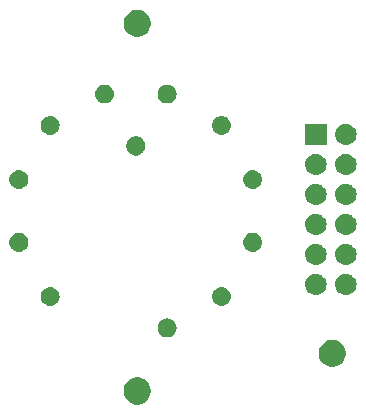
<source format=gbr>
G04 #@! TF.GenerationSoftware,KiCad,Pcbnew,(5.0.1)-4*
G04 #@! TF.CreationDate,2019-01-16T22:33:14-08:00*
G04 #@! TF.ProjectId,BareRotary,42617265526F746172792E6B69636164,rev?*
G04 #@! TF.SameCoordinates,Original*
G04 #@! TF.FileFunction,Soldermask,Top*
G04 #@! TF.FilePolarity,Negative*
%FSLAX46Y46*%
G04 Gerber Fmt 4.6, Leading zero omitted, Abs format (unit mm)*
G04 Created by KiCad (PCBNEW (5.0.1)-4) date 1/16/2019 10:33:14 PM*
%MOMM*%
%LPD*%
G01*
G04 APERTURE LIST*
%ADD10C,0.100000*%
G04 APERTURE END LIST*
D10*
G36*
X101300734Y-65568232D02*
X101510202Y-65654996D01*
X101698723Y-65780962D01*
X101859038Y-65941277D01*
X101985004Y-66129798D01*
X102071768Y-66339266D01*
X102116000Y-66561635D01*
X102116000Y-66788365D01*
X102071768Y-67010734D01*
X101985004Y-67220202D01*
X101859038Y-67408723D01*
X101698723Y-67569038D01*
X101510202Y-67695004D01*
X101300734Y-67781768D01*
X101078365Y-67826000D01*
X100851635Y-67826000D01*
X100629266Y-67781768D01*
X100419798Y-67695004D01*
X100231277Y-67569038D01*
X100070962Y-67408723D01*
X99944996Y-67220202D01*
X99858232Y-67010734D01*
X99814000Y-66788365D01*
X99814000Y-66561635D01*
X99858232Y-66339266D01*
X99944996Y-66129798D01*
X100070962Y-65941277D01*
X100231277Y-65780962D01*
X100419798Y-65654996D01*
X100629266Y-65568232D01*
X100851635Y-65524000D01*
X101078365Y-65524000D01*
X101300734Y-65568232D01*
X101300734Y-65568232D01*
G37*
G36*
X117810734Y-62393232D02*
X118020202Y-62479996D01*
X118208723Y-62605962D01*
X118369038Y-62766277D01*
X118495004Y-62954798D01*
X118581768Y-63164266D01*
X118626000Y-63386635D01*
X118626000Y-63613365D01*
X118581768Y-63835734D01*
X118495004Y-64045202D01*
X118369038Y-64233723D01*
X118208723Y-64394038D01*
X118020202Y-64520004D01*
X117810734Y-64606768D01*
X117588365Y-64651000D01*
X117361635Y-64651000D01*
X117139266Y-64606768D01*
X116929798Y-64520004D01*
X116741277Y-64394038D01*
X116580962Y-64233723D01*
X116454996Y-64045202D01*
X116368232Y-63835734D01*
X116324000Y-63613365D01*
X116324000Y-63386635D01*
X116368232Y-63164266D01*
X116454996Y-62954798D01*
X116580962Y-62766277D01*
X116741277Y-62605962D01*
X116929798Y-62479996D01*
X117139266Y-62393232D01*
X117361635Y-62349000D01*
X117588365Y-62349000D01*
X117810734Y-62393232D01*
X117810734Y-62393232D01*
G37*
G36*
X103634921Y-60546329D02*
X103785908Y-60592131D01*
X103925061Y-60666509D01*
X104047029Y-60766606D01*
X104147126Y-60888574D01*
X104221504Y-61027727D01*
X104267306Y-61178714D01*
X104282771Y-61335739D01*
X104267306Y-61492764D01*
X104221504Y-61643751D01*
X104147126Y-61782904D01*
X104047029Y-61904872D01*
X103925061Y-62004969D01*
X103785908Y-62079347D01*
X103634921Y-62125149D01*
X103517242Y-62136739D01*
X103438550Y-62136739D01*
X103320871Y-62125149D01*
X103169884Y-62079347D01*
X103030731Y-62004969D01*
X102908763Y-61904872D01*
X102808666Y-61782904D01*
X102734288Y-61643751D01*
X102688486Y-61492764D01*
X102673021Y-61335739D01*
X102688486Y-61178714D01*
X102734288Y-61027727D01*
X102808666Y-60888574D01*
X102908763Y-60766606D01*
X103030731Y-60666509D01*
X103169884Y-60592131D01*
X103320871Y-60546329D01*
X103438550Y-60534739D01*
X103517242Y-60534739D01*
X103634921Y-60546329D01*
X103634921Y-60546329D01*
G37*
G36*
X93734182Y-57893434D02*
X93885169Y-57939236D01*
X94024322Y-58013614D01*
X94146290Y-58113711D01*
X94246387Y-58235679D01*
X94320765Y-58374832D01*
X94366567Y-58525819D01*
X94382032Y-58682844D01*
X94366567Y-58839869D01*
X94320765Y-58990856D01*
X94246387Y-59130009D01*
X94146290Y-59251977D01*
X94024322Y-59352074D01*
X93885169Y-59426452D01*
X93734182Y-59472254D01*
X93616503Y-59483844D01*
X93537811Y-59483844D01*
X93420132Y-59472254D01*
X93269145Y-59426452D01*
X93129992Y-59352074D01*
X93008024Y-59251977D01*
X92907927Y-59130009D01*
X92833549Y-58990856D01*
X92787747Y-58839869D01*
X92772282Y-58682844D01*
X92787747Y-58525819D01*
X92833549Y-58374832D01*
X92907927Y-58235679D01*
X93008024Y-58113711D01*
X93129992Y-58013614D01*
X93269145Y-57939236D01*
X93420132Y-57893434D01*
X93537811Y-57881844D01*
X93616503Y-57881844D01*
X93734182Y-57893434D01*
X93734182Y-57893434D01*
G37*
G36*
X108229870Y-57893434D02*
X108380857Y-57939236D01*
X108520010Y-58013614D01*
X108641978Y-58113711D01*
X108742075Y-58235679D01*
X108816453Y-58374832D01*
X108862255Y-58525819D01*
X108877720Y-58682844D01*
X108862255Y-58839869D01*
X108816453Y-58990856D01*
X108742075Y-59130009D01*
X108641978Y-59251977D01*
X108520010Y-59352074D01*
X108380857Y-59426452D01*
X108229870Y-59472254D01*
X108112191Y-59483844D01*
X108033499Y-59483844D01*
X107915820Y-59472254D01*
X107764833Y-59426452D01*
X107625680Y-59352074D01*
X107503712Y-59251977D01*
X107403615Y-59130009D01*
X107329237Y-58990856D01*
X107283435Y-58839869D01*
X107267970Y-58682844D01*
X107283435Y-58525819D01*
X107329237Y-58374832D01*
X107403615Y-58235679D01*
X107503712Y-58113711D01*
X107625680Y-58013614D01*
X107764833Y-57939236D01*
X107915820Y-57893434D01*
X108033499Y-57881844D01*
X108112191Y-57881844D01*
X108229870Y-57893434D01*
X108229870Y-57893434D01*
G37*
G36*
X118728443Y-56763519D02*
X118794627Y-56770037D01*
X118907853Y-56804384D01*
X118964467Y-56821557D01*
X119103087Y-56895652D01*
X119120991Y-56905222D01*
X119156729Y-56934552D01*
X119258186Y-57017814D01*
X119341448Y-57119271D01*
X119370778Y-57155009D01*
X119370779Y-57155011D01*
X119454443Y-57311533D01*
X119454443Y-57311534D01*
X119505963Y-57481373D01*
X119523359Y-57658000D01*
X119505963Y-57834627D01*
X119491640Y-57881844D01*
X119454443Y-58004467D01*
X119449553Y-58013615D01*
X119370778Y-58160991D01*
X119341448Y-58196729D01*
X119258186Y-58298186D01*
X119164791Y-58374832D01*
X119120991Y-58410778D01*
X119120989Y-58410779D01*
X118964467Y-58494443D01*
X118907853Y-58511616D01*
X118794627Y-58545963D01*
X118728443Y-58552481D01*
X118662260Y-58559000D01*
X118573740Y-58559000D01*
X118507557Y-58552481D01*
X118441373Y-58545963D01*
X118328147Y-58511616D01*
X118271533Y-58494443D01*
X118115011Y-58410779D01*
X118115009Y-58410778D01*
X118071209Y-58374832D01*
X117977814Y-58298186D01*
X117894552Y-58196729D01*
X117865222Y-58160991D01*
X117786447Y-58013615D01*
X117781557Y-58004467D01*
X117744360Y-57881844D01*
X117730037Y-57834627D01*
X117712641Y-57658000D01*
X117730037Y-57481373D01*
X117781557Y-57311534D01*
X117781557Y-57311533D01*
X117865221Y-57155011D01*
X117865222Y-57155009D01*
X117894552Y-57119271D01*
X117977814Y-57017814D01*
X118079271Y-56934552D01*
X118115009Y-56905222D01*
X118132913Y-56895652D01*
X118271533Y-56821557D01*
X118328147Y-56804384D01*
X118441373Y-56770037D01*
X118507557Y-56763519D01*
X118573740Y-56757000D01*
X118662260Y-56757000D01*
X118728443Y-56763519D01*
X118728443Y-56763519D01*
G37*
G36*
X116188443Y-56763519D02*
X116254627Y-56770037D01*
X116367853Y-56804384D01*
X116424467Y-56821557D01*
X116563087Y-56895652D01*
X116580991Y-56905222D01*
X116616729Y-56934552D01*
X116718186Y-57017814D01*
X116801448Y-57119271D01*
X116830778Y-57155009D01*
X116830779Y-57155011D01*
X116914443Y-57311533D01*
X116914443Y-57311534D01*
X116965963Y-57481373D01*
X116983359Y-57658000D01*
X116965963Y-57834627D01*
X116951640Y-57881844D01*
X116914443Y-58004467D01*
X116909553Y-58013615D01*
X116830778Y-58160991D01*
X116801448Y-58196729D01*
X116718186Y-58298186D01*
X116624791Y-58374832D01*
X116580991Y-58410778D01*
X116580989Y-58410779D01*
X116424467Y-58494443D01*
X116367853Y-58511616D01*
X116254627Y-58545963D01*
X116188443Y-58552481D01*
X116122260Y-58559000D01*
X116033740Y-58559000D01*
X115967557Y-58552481D01*
X115901373Y-58545963D01*
X115788147Y-58511616D01*
X115731533Y-58494443D01*
X115575011Y-58410779D01*
X115575009Y-58410778D01*
X115531209Y-58374832D01*
X115437814Y-58298186D01*
X115354552Y-58196729D01*
X115325222Y-58160991D01*
X115246447Y-58013615D01*
X115241557Y-58004467D01*
X115204360Y-57881844D01*
X115190037Y-57834627D01*
X115172641Y-57658000D01*
X115190037Y-57481373D01*
X115241557Y-57311534D01*
X115241557Y-57311533D01*
X115325221Y-57155011D01*
X115325222Y-57155009D01*
X115354552Y-57119271D01*
X115437814Y-57017814D01*
X115539271Y-56934552D01*
X115575009Y-56905222D01*
X115592913Y-56895652D01*
X115731533Y-56821557D01*
X115788147Y-56804384D01*
X115901373Y-56770037D01*
X115967557Y-56763519D01*
X116033740Y-56757000D01*
X116122260Y-56757000D01*
X116188443Y-56763519D01*
X116188443Y-56763519D01*
G37*
G36*
X118728442Y-54223518D02*
X118794627Y-54230037D01*
X118907853Y-54264384D01*
X118964467Y-54281557D01*
X119103087Y-54355652D01*
X119120991Y-54365222D01*
X119156729Y-54394552D01*
X119258186Y-54477814D01*
X119341448Y-54579271D01*
X119370778Y-54615009D01*
X119370779Y-54615011D01*
X119454443Y-54771533D01*
X119454443Y-54771534D01*
X119505963Y-54941373D01*
X119523359Y-55118000D01*
X119505963Y-55294627D01*
X119471616Y-55407853D01*
X119454443Y-55464467D01*
X119380348Y-55603087D01*
X119370778Y-55620991D01*
X119341448Y-55656729D01*
X119258186Y-55758186D01*
X119156729Y-55841448D01*
X119120991Y-55870778D01*
X119120989Y-55870779D01*
X118964467Y-55954443D01*
X118907853Y-55971616D01*
X118794627Y-56005963D01*
X118728443Y-56012481D01*
X118662260Y-56019000D01*
X118573740Y-56019000D01*
X118507557Y-56012481D01*
X118441373Y-56005963D01*
X118328147Y-55971616D01*
X118271533Y-55954443D01*
X118115011Y-55870779D01*
X118115009Y-55870778D01*
X118079271Y-55841448D01*
X117977814Y-55758186D01*
X117894552Y-55656729D01*
X117865222Y-55620991D01*
X117855652Y-55603087D01*
X117781557Y-55464467D01*
X117764384Y-55407853D01*
X117730037Y-55294627D01*
X117712641Y-55118000D01*
X117730037Y-54941373D01*
X117781557Y-54771534D01*
X117781557Y-54771533D01*
X117865221Y-54615011D01*
X117865222Y-54615009D01*
X117894552Y-54579271D01*
X117977814Y-54477814D01*
X118079271Y-54394552D01*
X118115009Y-54365222D01*
X118132913Y-54355652D01*
X118271533Y-54281557D01*
X118328147Y-54264384D01*
X118441373Y-54230037D01*
X118507558Y-54223518D01*
X118573740Y-54217000D01*
X118662260Y-54217000D01*
X118728442Y-54223518D01*
X118728442Y-54223518D01*
G37*
G36*
X116188442Y-54223518D02*
X116254627Y-54230037D01*
X116367853Y-54264384D01*
X116424467Y-54281557D01*
X116563087Y-54355652D01*
X116580991Y-54365222D01*
X116616729Y-54394552D01*
X116718186Y-54477814D01*
X116801448Y-54579271D01*
X116830778Y-54615009D01*
X116830779Y-54615011D01*
X116914443Y-54771533D01*
X116914443Y-54771534D01*
X116965963Y-54941373D01*
X116983359Y-55118000D01*
X116965963Y-55294627D01*
X116931616Y-55407853D01*
X116914443Y-55464467D01*
X116840348Y-55603087D01*
X116830778Y-55620991D01*
X116801448Y-55656729D01*
X116718186Y-55758186D01*
X116616729Y-55841448D01*
X116580991Y-55870778D01*
X116580989Y-55870779D01*
X116424467Y-55954443D01*
X116367853Y-55971616D01*
X116254627Y-56005963D01*
X116188443Y-56012481D01*
X116122260Y-56019000D01*
X116033740Y-56019000D01*
X115967557Y-56012481D01*
X115901373Y-56005963D01*
X115788147Y-55971616D01*
X115731533Y-55954443D01*
X115575011Y-55870779D01*
X115575009Y-55870778D01*
X115539271Y-55841448D01*
X115437814Y-55758186D01*
X115354552Y-55656729D01*
X115325222Y-55620991D01*
X115315652Y-55603087D01*
X115241557Y-55464467D01*
X115224384Y-55407853D01*
X115190037Y-55294627D01*
X115172641Y-55118000D01*
X115190037Y-54941373D01*
X115241557Y-54771534D01*
X115241557Y-54771533D01*
X115325221Y-54615011D01*
X115325222Y-54615009D01*
X115354552Y-54579271D01*
X115437814Y-54477814D01*
X115539271Y-54394552D01*
X115575009Y-54365222D01*
X115592913Y-54355652D01*
X115731533Y-54281557D01*
X115788147Y-54264384D01*
X115901373Y-54230037D01*
X115967558Y-54223518D01*
X116033740Y-54217000D01*
X116122260Y-54217000D01*
X116188442Y-54223518D01*
X116188442Y-54223518D01*
G37*
G36*
X91081287Y-53298485D02*
X91232274Y-53344287D01*
X91371427Y-53418665D01*
X91493395Y-53518762D01*
X91593492Y-53640730D01*
X91667870Y-53779883D01*
X91713672Y-53930870D01*
X91729137Y-54087895D01*
X91713672Y-54244920D01*
X91667870Y-54395907D01*
X91593492Y-54535060D01*
X91493395Y-54657028D01*
X91371427Y-54757125D01*
X91232274Y-54831503D01*
X91081287Y-54877305D01*
X90963608Y-54888895D01*
X90884916Y-54888895D01*
X90767237Y-54877305D01*
X90616250Y-54831503D01*
X90477097Y-54757125D01*
X90355129Y-54657028D01*
X90255032Y-54535060D01*
X90180654Y-54395907D01*
X90134852Y-54244920D01*
X90119387Y-54087895D01*
X90134852Y-53930870D01*
X90180654Y-53779883D01*
X90255032Y-53640730D01*
X90355129Y-53518762D01*
X90477097Y-53418665D01*
X90616250Y-53344287D01*
X90767237Y-53298485D01*
X90884916Y-53286895D01*
X90963608Y-53286895D01*
X91081287Y-53298485D01*
X91081287Y-53298485D01*
G37*
G36*
X110882765Y-53298485D02*
X111033752Y-53344287D01*
X111172905Y-53418665D01*
X111294873Y-53518762D01*
X111394970Y-53640730D01*
X111469348Y-53779883D01*
X111515150Y-53930870D01*
X111530615Y-54087895D01*
X111515150Y-54244920D01*
X111469348Y-54395907D01*
X111394970Y-54535060D01*
X111294873Y-54657028D01*
X111172905Y-54757125D01*
X111033752Y-54831503D01*
X110882765Y-54877305D01*
X110765086Y-54888895D01*
X110686394Y-54888895D01*
X110568715Y-54877305D01*
X110417728Y-54831503D01*
X110278575Y-54757125D01*
X110156607Y-54657028D01*
X110056510Y-54535060D01*
X109982132Y-54395907D01*
X109936330Y-54244920D01*
X109920865Y-54087895D01*
X109936330Y-53930870D01*
X109982132Y-53779883D01*
X110056510Y-53640730D01*
X110156607Y-53518762D01*
X110278575Y-53418665D01*
X110417728Y-53344287D01*
X110568715Y-53298485D01*
X110686394Y-53286895D01*
X110765086Y-53286895D01*
X110882765Y-53298485D01*
X110882765Y-53298485D01*
G37*
G36*
X118728442Y-51683518D02*
X118794627Y-51690037D01*
X118907853Y-51724384D01*
X118964467Y-51741557D01*
X119103087Y-51815652D01*
X119120991Y-51825222D01*
X119156729Y-51854552D01*
X119258186Y-51937814D01*
X119341448Y-52039271D01*
X119370778Y-52075009D01*
X119370779Y-52075011D01*
X119454443Y-52231533D01*
X119454443Y-52231534D01*
X119505963Y-52401373D01*
X119523359Y-52578000D01*
X119505963Y-52754627D01*
X119471616Y-52867853D01*
X119454443Y-52924467D01*
X119380348Y-53063087D01*
X119370778Y-53080991D01*
X119341448Y-53116729D01*
X119258186Y-53218186D01*
X119160340Y-53298485D01*
X119120991Y-53330778D01*
X119120989Y-53330779D01*
X118964467Y-53414443D01*
X118950545Y-53418666D01*
X118794627Y-53465963D01*
X118728443Y-53472481D01*
X118662260Y-53479000D01*
X118573740Y-53479000D01*
X118507557Y-53472481D01*
X118441373Y-53465963D01*
X118285455Y-53418666D01*
X118271533Y-53414443D01*
X118115011Y-53330779D01*
X118115009Y-53330778D01*
X118075660Y-53298485D01*
X117977814Y-53218186D01*
X117894552Y-53116729D01*
X117865222Y-53080991D01*
X117855652Y-53063087D01*
X117781557Y-52924467D01*
X117764384Y-52867853D01*
X117730037Y-52754627D01*
X117712641Y-52578000D01*
X117730037Y-52401373D01*
X117781557Y-52231534D01*
X117781557Y-52231533D01*
X117865221Y-52075011D01*
X117865222Y-52075009D01*
X117894552Y-52039271D01*
X117977814Y-51937814D01*
X118079271Y-51854552D01*
X118115009Y-51825222D01*
X118132913Y-51815652D01*
X118271533Y-51741557D01*
X118328147Y-51724384D01*
X118441373Y-51690037D01*
X118507558Y-51683518D01*
X118573740Y-51677000D01*
X118662260Y-51677000D01*
X118728442Y-51683518D01*
X118728442Y-51683518D01*
G37*
G36*
X116188442Y-51683518D02*
X116254627Y-51690037D01*
X116367853Y-51724384D01*
X116424467Y-51741557D01*
X116563087Y-51815652D01*
X116580991Y-51825222D01*
X116616729Y-51854552D01*
X116718186Y-51937814D01*
X116801448Y-52039271D01*
X116830778Y-52075009D01*
X116830779Y-52075011D01*
X116914443Y-52231533D01*
X116914443Y-52231534D01*
X116965963Y-52401373D01*
X116983359Y-52578000D01*
X116965963Y-52754627D01*
X116931616Y-52867853D01*
X116914443Y-52924467D01*
X116840348Y-53063087D01*
X116830778Y-53080991D01*
X116801448Y-53116729D01*
X116718186Y-53218186D01*
X116620340Y-53298485D01*
X116580991Y-53330778D01*
X116580989Y-53330779D01*
X116424467Y-53414443D01*
X116410545Y-53418666D01*
X116254627Y-53465963D01*
X116188443Y-53472481D01*
X116122260Y-53479000D01*
X116033740Y-53479000D01*
X115967557Y-53472481D01*
X115901373Y-53465963D01*
X115745455Y-53418666D01*
X115731533Y-53414443D01*
X115575011Y-53330779D01*
X115575009Y-53330778D01*
X115535660Y-53298485D01*
X115437814Y-53218186D01*
X115354552Y-53116729D01*
X115325222Y-53080991D01*
X115315652Y-53063087D01*
X115241557Y-52924467D01*
X115224384Y-52867853D01*
X115190037Y-52754627D01*
X115172641Y-52578000D01*
X115190037Y-52401373D01*
X115241557Y-52231534D01*
X115241557Y-52231533D01*
X115325221Y-52075011D01*
X115325222Y-52075009D01*
X115354552Y-52039271D01*
X115437814Y-51937814D01*
X115539271Y-51854552D01*
X115575009Y-51825222D01*
X115592913Y-51815652D01*
X115731533Y-51741557D01*
X115788147Y-51724384D01*
X115901373Y-51690037D01*
X115967558Y-51683518D01*
X116033740Y-51677000D01*
X116122260Y-51677000D01*
X116188442Y-51683518D01*
X116188442Y-51683518D01*
G37*
G36*
X116188443Y-49143519D02*
X116254627Y-49150037D01*
X116367853Y-49184384D01*
X116424467Y-49201557D01*
X116563087Y-49275652D01*
X116580991Y-49285222D01*
X116616729Y-49314552D01*
X116718186Y-49397814D01*
X116801448Y-49499271D01*
X116830778Y-49535009D01*
X116830779Y-49535011D01*
X116914443Y-49691533D01*
X116914443Y-49691534D01*
X116965963Y-49861373D01*
X116983359Y-50038000D01*
X116965963Y-50214627D01*
X116931616Y-50327853D01*
X116914443Y-50384467D01*
X116840348Y-50523087D01*
X116830778Y-50540991D01*
X116801448Y-50576729D01*
X116718186Y-50678186D01*
X116616729Y-50761448D01*
X116580991Y-50790778D01*
X116580989Y-50790779D01*
X116424467Y-50874443D01*
X116367853Y-50891616D01*
X116254627Y-50925963D01*
X116188443Y-50932481D01*
X116122260Y-50939000D01*
X116033740Y-50939000D01*
X115967557Y-50932481D01*
X115901373Y-50925963D01*
X115788147Y-50891616D01*
X115731533Y-50874443D01*
X115575011Y-50790779D01*
X115575009Y-50790778D01*
X115539271Y-50761448D01*
X115437814Y-50678186D01*
X115354552Y-50576729D01*
X115325222Y-50540991D01*
X115315652Y-50523087D01*
X115241557Y-50384467D01*
X115224384Y-50327853D01*
X115190037Y-50214627D01*
X115172641Y-50038000D01*
X115190037Y-49861373D01*
X115241557Y-49691534D01*
X115241557Y-49691533D01*
X115325221Y-49535011D01*
X115325222Y-49535009D01*
X115354552Y-49499271D01*
X115437814Y-49397814D01*
X115539271Y-49314552D01*
X115575009Y-49285222D01*
X115592913Y-49275652D01*
X115731533Y-49201557D01*
X115788147Y-49184384D01*
X115901373Y-49150037D01*
X115967557Y-49143519D01*
X116033740Y-49137000D01*
X116122260Y-49137000D01*
X116188443Y-49143519D01*
X116188443Y-49143519D01*
G37*
G36*
X118728443Y-49143519D02*
X118794627Y-49150037D01*
X118907853Y-49184384D01*
X118964467Y-49201557D01*
X119103087Y-49275652D01*
X119120991Y-49285222D01*
X119156729Y-49314552D01*
X119258186Y-49397814D01*
X119341448Y-49499271D01*
X119370778Y-49535009D01*
X119370779Y-49535011D01*
X119454443Y-49691533D01*
X119454443Y-49691534D01*
X119505963Y-49861373D01*
X119523359Y-50038000D01*
X119505963Y-50214627D01*
X119471616Y-50327853D01*
X119454443Y-50384467D01*
X119380348Y-50523087D01*
X119370778Y-50540991D01*
X119341448Y-50576729D01*
X119258186Y-50678186D01*
X119156729Y-50761448D01*
X119120991Y-50790778D01*
X119120989Y-50790779D01*
X118964467Y-50874443D01*
X118907853Y-50891616D01*
X118794627Y-50925963D01*
X118728443Y-50932481D01*
X118662260Y-50939000D01*
X118573740Y-50939000D01*
X118507557Y-50932481D01*
X118441373Y-50925963D01*
X118328147Y-50891616D01*
X118271533Y-50874443D01*
X118115011Y-50790779D01*
X118115009Y-50790778D01*
X118079271Y-50761448D01*
X117977814Y-50678186D01*
X117894552Y-50576729D01*
X117865222Y-50540991D01*
X117855652Y-50523087D01*
X117781557Y-50384467D01*
X117764384Y-50327853D01*
X117730037Y-50214627D01*
X117712641Y-50038000D01*
X117730037Y-49861373D01*
X117781557Y-49691534D01*
X117781557Y-49691533D01*
X117865221Y-49535011D01*
X117865222Y-49535009D01*
X117894552Y-49499271D01*
X117977814Y-49397814D01*
X118079271Y-49314552D01*
X118115009Y-49285222D01*
X118132913Y-49275652D01*
X118271533Y-49201557D01*
X118328147Y-49184384D01*
X118441373Y-49150037D01*
X118507557Y-49143519D01*
X118573740Y-49137000D01*
X118662260Y-49137000D01*
X118728443Y-49143519D01*
X118728443Y-49143519D01*
G37*
G36*
X91081287Y-47992695D02*
X91232274Y-48038497D01*
X91371427Y-48112875D01*
X91493395Y-48212972D01*
X91593492Y-48334940D01*
X91667870Y-48474093D01*
X91713672Y-48625080D01*
X91729137Y-48782105D01*
X91713672Y-48939130D01*
X91667870Y-49090117D01*
X91593492Y-49229270D01*
X91493395Y-49351238D01*
X91371427Y-49451335D01*
X91232274Y-49525713D01*
X91081287Y-49571515D01*
X90963608Y-49583105D01*
X90884916Y-49583105D01*
X90767237Y-49571515D01*
X90616250Y-49525713D01*
X90477097Y-49451335D01*
X90355129Y-49351238D01*
X90255032Y-49229270D01*
X90180654Y-49090117D01*
X90134852Y-48939130D01*
X90119387Y-48782105D01*
X90134852Y-48625080D01*
X90180654Y-48474093D01*
X90255032Y-48334940D01*
X90355129Y-48212972D01*
X90477097Y-48112875D01*
X90616250Y-48038497D01*
X90767237Y-47992695D01*
X90884916Y-47981105D01*
X90963608Y-47981105D01*
X91081287Y-47992695D01*
X91081287Y-47992695D01*
G37*
G36*
X110882765Y-47992695D02*
X111033752Y-48038497D01*
X111172905Y-48112875D01*
X111294873Y-48212972D01*
X111394970Y-48334940D01*
X111469348Y-48474093D01*
X111515150Y-48625080D01*
X111530615Y-48782105D01*
X111515150Y-48939130D01*
X111469348Y-49090117D01*
X111394970Y-49229270D01*
X111294873Y-49351238D01*
X111172905Y-49451335D01*
X111033752Y-49525713D01*
X110882765Y-49571515D01*
X110765086Y-49583105D01*
X110686394Y-49583105D01*
X110568715Y-49571515D01*
X110417728Y-49525713D01*
X110278575Y-49451335D01*
X110156607Y-49351238D01*
X110056510Y-49229270D01*
X109982132Y-49090117D01*
X109936330Y-48939130D01*
X109920865Y-48782105D01*
X109936330Y-48625080D01*
X109982132Y-48474093D01*
X110056510Y-48334940D01*
X110156607Y-48212972D01*
X110278575Y-48112875D01*
X110417728Y-48038497D01*
X110568715Y-47992695D01*
X110686394Y-47981105D01*
X110765086Y-47981105D01*
X110882765Y-47992695D01*
X110882765Y-47992695D01*
G37*
G36*
X116188443Y-46603519D02*
X116254627Y-46610037D01*
X116367853Y-46644384D01*
X116424467Y-46661557D01*
X116527737Y-46716757D01*
X116580991Y-46745222D01*
X116616729Y-46774552D01*
X116718186Y-46857814D01*
X116801448Y-46959271D01*
X116830778Y-46995009D01*
X116830779Y-46995011D01*
X116914443Y-47151533D01*
X116914443Y-47151534D01*
X116965963Y-47321373D01*
X116983359Y-47498000D01*
X116965963Y-47674627D01*
X116931616Y-47787853D01*
X116914443Y-47844467D01*
X116841407Y-47981105D01*
X116830778Y-48000991D01*
X116801448Y-48036729D01*
X116718186Y-48138186D01*
X116616729Y-48221448D01*
X116580991Y-48250778D01*
X116580989Y-48250779D01*
X116424467Y-48334443D01*
X116367853Y-48351616D01*
X116254627Y-48385963D01*
X116188442Y-48392482D01*
X116122260Y-48399000D01*
X116033740Y-48399000D01*
X115967558Y-48392482D01*
X115901373Y-48385963D01*
X115788147Y-48351616D01*
X115731533Y-48334443D01*
X115575011Y-48250779D01*
X115575009Y-48250778D01*
X115539271Y-48221448D01*
X115437814Y-48138186D01*
X115354552Y-48036729D01*
X115325222Y-48000991D01*
X115314593Y-47981105D01*
X115241557Y-47844467D01*
X115224384Y-47787853D01*
X115190037Y-47674627D01*
X115172641Y-47498000D01*
X115190037Y-47321373D01*
X115241557Y-47151534D01*
X115241557Y-47151533D01*
X115325221Y-46995011D01*
X115325222Y-46995009D01*
X115354552Y-46959271D01*
X115437814Y-46857814D01*
X115539271Y-46774552D01*
X115575009Y-46745222D01*
X115628263Y-46716757D01*
X115731533Y-46661557D01*
X115788147Y-46644384D01*
X115901373Y-46610037D01*
X115967557Y-46603519D01*
X116033740Y-46597000D01*
X116122260Y-46597000D01*
X116188443Y-46603519D01*
X116188443Y-46603519D01*
G37*
G36*
X118728443Y-46603519D02*
X118794627Y-46610037D01*
X118907853Y-46644384D01*
X118964467Y-46661557D01*
X119067737Y-46716757D01*
X119120991Y-46745222D01*
X119156729Y-46774552D01*
X119258186Y-46857814D01*
X119341448Y-46959271D01*
X119370778Y-46995009D01*
X119370779Y-46995011D01*
X119454443Y-47151533D01*
X119454443Y-47151534D01*
X119505963Y-47321373D01*
X119523359Y-47498000D01*
X119505963Y-47674627D01*
X119471616Y-47787853D01*
X119454443Y-47844467D01*
X119381407Y-47981105D01*
X119370778Y-48000991D01*
X119341448Y-48036729D01*
X119258186Y-48138186D01*
X119156729Y-48221448D01*
X119120991Y-48250778D01*
X119120989Y-48250779D01*
X118964467Y-48334443D01*
X118907853Y-48351616D01*
X118794627Y-48385963D01*
X118728442Y-48392482D01*
X118662260Y-48399000D01*
X118573740Y-48399000D01*
X118507558Y-48392482D01*
X118441373Y-48385963D01*
X118328147Y-48351616D01*
X118271533Y-48334443D01*
X118115011Y-48250779D01*
X118115009Y-48250778D01*
X118079271Y-48221448D01*
X117977814Y-48138186D01*
X117894552Y-48036729D01*
X117865222Y-48000991D01*
X117854593Y-47981105D01*
X117781557Y-47844467D01*
X117764384Y-47787853D01*
X117730037Y-47674627D01*
X117712641Y-47498000D01*
X117730037Y-47321373D01*
X117781557Y-47151534D01*
X117781557Y-47151533D01*
X117865221Y-46995011D01*
X117865222Y-46995009D01*
X117894552Y-46959271D01*
X117977814Y-46857814D01*
X118079271Y-46774552D01*
X118115009Y-46745222D01*
X118168263Y-46716757D01*
X118271533Y-46661557D01*
X118328147Y-46644384D01*
X118441373Y-46610037D01*
X118507557Y-46603519D01*
X118573740Y-46597000D01*
X118662260Y-46597000D01*
X118728443Y-46603519D01*
X118728443Y-46603519D01*
G37*
G36*
X101062143Y-45153242D02*
X101210103Y-45214530D01*
X101343259Y-45303502D01*
X101456499Y-45416742D01*
X101545471Y-45549898D01*
X101606759Y-45697858D01*
X101638001Y-45854925D01*
X101638001Y-46015075D01*
X101606759Y-46172142D01*
X101545471Y-46320102D01*
X101456499Y-46453258D01*
X101343259Y-46566498D01*
X101210103Y-46655470D01*
X101062143Y-46716758D01*
X100905076Y-46748000D01*
X100744926Y-46748000D01*
X100587859Y-46716758D01*
X100439899Y-46655470D01*
X100306743Y-46566498D01*
X100193503Y-46453258D01*
X100104531Y-46320102D01*
X100043243Y-46172142D01*
X100012001Y-46015075D01*
X100012001Y-45854925D01*
X100043243Y-45697858D01*
X100104531Y-45549898D01*
X100193503Y-45416742D01*
X100306743Y-45303502D01*
X100439899Y-45214530D01*
X100587859Y-45153242D01*
X100744926Y-45122000D01*
X100905076Y-45122000D01*
X101062143Y-45153242D01*
X101062143Y-45153242D01*
G37*
G36*
X116979000Y-45859000D02*
X115177000Y-45859000D01*
X115177000Y-44057000D01*
X116979000Y-44057000D01*
X116979000Y-45859000D01*
X116979000Y-45859000D01*
G37*
G36*
X118728443Y-44063519D02*
X118794627Y-44070037D01*
X118907853Y-44104384D01*
X118964467Y-44121557D01*
X119087192Y-44187156D01*
X119120991Y-44205222D01*
X119156729Y-44234552D01*
X119258186Y-44317814D01*
X119341448Y-44419271D01*
X119370778Y-44455009D01*
X119370779Y-44455011D01*
X119454443Y-44611533D01*
X119471616Y-44668147D01*
X119505963Y-44781373D01*
X119523359Y-44958000D01*
X119505963Y-45134627D01*
X119481725Y-45214529D01*
X119454443Y-45304467D01*
X119394430Y-45416742D01*
X119370778Y-45460991D01*
X119341448Y-45496729D01*
X119258186Y-45598186D01*
X119156729Y-45681448D01*
X119120991Y-45710778D01*
X119120989Y-45710779D01*
X118964467Y-45794443D01*
X118907853Y-45811616D01*
X118794627Y-45845963D01*
X118728443Y-45852481D01*
X118662260Y-45859000D01*
X118573740Y-45859000D01*
X118507557Y-45852481D01*
X118441373Y-45845963D01*
X118328147Y-45811616D01*
X118271533Y-45794443D01*
X118115011Y-45710779D01*
X118115009Y-45710778D01*
X118079271Y-45681448D01*
X117977814Y-45598186D01*
X117894552Y-45496729D01*
X117865222Y-45460991D01*
X117841570Y-45416742D01*
X117781557Y-45304467D01*
X117754275Y-45214529D01*
X117730037Y-45134627D01*
X117712641Y-44958000D01*
X117730037Y-44781373D01*
X117764384Y-44668147D01*
X117781557Y-44611533D01*
X117865221Y-44455011D01*
X117865222Y-44455009D01*
X117894552Y-44419271D01*
X117977814Y-44317814D01*
X118079271Y-44234552D01*
X118115009Y-44205222D01*
X118148808Y-44187156D01*
X118271533Y-44121557D01*
X118328147Y-44104384D01*
X118441373Y-44070037D01*
X118507557Y-44063519D01*
X118573740Y-44057000D01*
X118662260Y-44057000D01*
X118728443Y-44063519D01*
X118728443Y-44063519D01*
G37*
G36*
X108229870Y-43397746D02*
X108380857Y-43443548D01*
X108520010Y-43517926D01*
X108641978Y-43618023D01*
X108742075Y-43739991D01*
X108816453Y-43879144D01*
X108862255Y-44030131D01*
X108877720Y-44187156D01*
X108862255Y-44344181D01*
X108816453Y-44495168D01*
X108742075Y-44634321D01*
X108641978Y-44756289D01*
X108520010Y-44856386D01*
X108380857Y-44930764D01*
X108229870Y-44976566D01*
X108112191Y-44988156D01*
X108033499Y-44988156D01*
X107915820Y-44976566D01*
X107764833Y-44930764D01*
X107625680Y-44856386D01*
X107503712Y-44756289D01*
X107403615Y-44634321D01*
X107329237Y-44495168D01*
X107283435Y-44344181D01*
X107267970Y-44187156D01*
X107283435Y-44030131D01*
X107329237Y-43879144D01*
X107403615Y-43739991D01*
X107503712Y-43618023D01*
X107625680Y-43517926D01*
X107764833Y-43443548D01*
X107915820Y-43397746D01*
X108033499Y-43386156D01*
X108112191Y-43386156D01*
X108229870Y-43397746D01*
X108229870Y-43397746D01*
G37*
G36*
X93734182Y-43397746D02*
X93885169Y-43443548D01*
X94024322Y-43517926D01*
X94146290Y-43618023D01*
X94246387Y-43739991D01*
X94320765Y-43879144D01*
X94366567Y-44030131D01*
X94382032Y-44187156D01*
X94366567Y-44344181D01*
X94320765Y-44495168D01*
X94246387Y-44634321D01*
X94146290Y-44756289D01*
X94024322Y-44856386D01*
X93885169Y-44930764D01*
X93734182Y-44976566D01*
X93616503Y-44988156D01*
X93537811Y-44988156D01*
X93420132Y-44976566D01*
X93269145Y-44930764D01*
X93129992Y-44856386D01*
X93008024Y-44756289D01*
X92907927Y-44634321D01*
X92833549Y-44495168D01*
X92787747Y-44344181D01*
X92772282Y-44187156D01*
X92787747Y-44030131D01*
X92833549Y-43879144D01*
X92907927Y-43739991D01*
X93008024Y-43618023D01*
X93129992Y-43517926D01*
X93269145Y-43443548D01*
X93420132Y-43397746D01*
X93537811Y-43386156D01*
X93616503Y-43386156D01*
X93734182Y-43397746D01*
X93734182Y-43397746D01*
G37*
G36*
X103634921Y-40744851D02*
X103785908Y-40790653D01*
X103925061Y-40865031D01*
X104047029Y-40965128D01*
X104147126Y-41087096D01*
X104221504Y-41226249D01*
X104267306Y-41377236D01*
X104282771Y-41534261D01*
X104267306Y-41691286D01*
X104221504Y-41842273D01*
X104147126Y-41981426D01*
X104047029Y-42103394D01*
X103925061Y-42203491D01*
X103785908Y-42277869D01*
X103634921Y-42323671D01*
X103517242Y-42335261D01*
X103438550Y-42335261D01*
X103320871Y-42323671D01*
X103169884Y-42277869D01*
X103030731Y-42203491D01*
X102908763Y-42103394D01*
X102808666Y-41981426D01*
X102734288Y-41842273D01*
X102688486Y-41691286D01*
X102673021Y-41534261D01*
X102688486Y-41377236D01*
X102734288Y-41226249D01*
X102808666Y-41087096D01*
X102908763Y-40965128D01*
X103030731Y-40865031D01*
X103169884Y-40790653D01*
X103320871Y-40744851D01*
X103438550Y-40733261D01*
X103517242Y-40733261D01*
X103634921Y-40744851D01*
X103634921Y-40744851D01*
G37*
G36*
X98329131Y-40744851D02*
X98480118Y-40790653D01*
X98619271Y-40865031D01*
X98741239Y-40965128D01*
X98841336Y-41087096D01*
X98915714Y-41226249D01*
X98961516Y-41377236D01*
X98976981Y-41534261D01*
X98961516Y-41691286D01*
X98915714Y-41842273D01*
X98841336Y-41981426D01*
X98741239Y-42103394D01*
X98619271Y-42203491D01*
X98480118Y-42277869D01*
X98329131Y-42323671D01*
X98211452Y-42335261D01*
X98132760Y-42335261D01*
X98015081Y-42323671D01*
X97864094Y-42277869D01*
X97724941Y-42203491D01*
X97602973Y-42103394D01*
X97502876Y-41981426D01*
X97428498Y-41842273D01*
X97382696Y-41691286D01*
X97367231Y-41534261D01*
X97382696Y-41377236D01*
X97428498Y-41226249D01*
X97502876Y-41087096D01*
X97602973Y-40965128D01*
X97724941Y-40865031D01*
X97864094Y-40790653D01*
X98015081Y-40744851D01*
X98132760Y-40733261D01*
X98211452Y-40733261D01*
X98329131Y-40744851D01*
X98329131Y-40744851D01*
G37*
G36*
X101300734Y-34453232D02*
X101510202Y-34539996D01*
X101698723Y-34665962D01*
X101859038Y-34826277D01*
X101985004Y-35014798D01*
X102071768Y-35224266D01*
X102116000Y-35446635D01*
X102116000Y-35673365D01*
X102071768Y-35895734D01*
X101985004Y-36105202D01*
X101859038Y-36293723D01*
X101698723Y-36454038D01*
X101510202Y-36580004D01*
X101300734Y-36666768D01*
X101078365Y-36711000D01*
X100851635Y-36711000D01*
X100629266Y-36666768D01*
X100419798Y-36580004D01*
X100231277Y-36454038D01*
X100070962Y-36293723D01*
X99944996Y-36105202D01*
X99858232Y-35895734D01*
X99814000Y-35673365D01*
X99814000Y-35446635D01*
X99858232Y-35224266D01*
X99944996Y-35014798D01*
X100070962Y-34826277D01*
X100231277Y-34665962D01*
X100419798Y-34539996D01*
X100629266Y-34453232D01*
X100851635Y-34409000D01*
X101078365Y-34409000D01*
X101300734Y-34453232D01*
X101300734Y-34453232D01*
G37*
M02*

</source>
